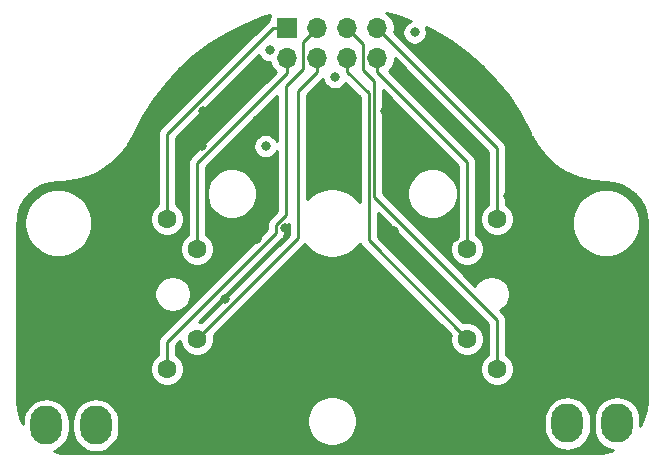
<source format=gbr>
%TF.GenerationSoftware,KiCad,Pcbnew,(5.1.12-1-10_14)*%
%TF.CreationDate,2021-11-28T15:33:12+11:00*%
%TF.ProjectId,dual_needle_gauge,6475616c-5f6e-4656-9564-6c655f676175,rev?*%
%TF.SameCoordinates,Original*%
%TF.FileFunction,Copper,L4,Bot*%
%TF.FilePolarity,Positive*%
%FSLAX46Y46*%
G04 Gerber Fmt 4.6, Leading zero omitted, Abs format (unit mm)*
G04 Created by KiCad (PCBNEW (5.1.12-1-10_14)) date 2021-11-28 15:33:12*
%MOMM*%
%LPD*%
G01*
G04 APERTURE LIST*
%TA.AperFunction,ComponentPad*%
%ADD10C,1.600000*%
%TD*%
%TA.AperFunction,ComponentPad*%
%ADD11O,2.700000X3.300000*%
%TD*%
%TA.AperFunction,ComponentPad*%
%ADD12O,1.700000X1.700000*%
%TD*%
%TA.AperFunction,ComponentPad*%
%ADD13R,1.700000X1.700000*%
%TD*%
%TA.AperFunction,ViaPad*%
%ADD14C,0.800000*%
%TD*%
%TA.AperFunction,Conductor*%
%ADD15C,0.250000*%
%TD*%
%TA.AperFunction,Conductor*%
%ADD16C,0.254000*%
%TD*%
%TA.AperFunction,Conductor*%
%ADD17C,0.100000*%
%TD*%
G04 APERTURE END LIST*
D10*
%TO.P,M1,8*%
%TO.N,/COIL8*%
X193630576Y-128559417D03*
%TO.P,M1,7*%
%TO.N,/COIL7*%
X193630576Y-120939417D03*
%TO.P,M1,6*%
%TO.N,/COIL6*%
X170770576Y-128559417D03*
%TO.P,M1,5*%
%TO.N,/COIL5*%
X170770576Y-120939417D03*
%TO.P,M1,4*%
%TO.N,/COIL4*%
X196170576Y-131099417D03*
%TO.P,M1,3*%
%TO.N,/COIL3*%
X196170576Y-118399417D03*
%TO.P,M1,2*%
%TO.N,/COIL2*%
X168230576Y-131099417D03*
%TO.P,M1,1*%
%TO.N,/COIL1*%
X168222000Y-118393000D03*
%TD*%
D11*
%TO.P,J3,4*%
%TO.N,/DOUT*%
X202122000Y-135710000D03*
%TO.P,J3,3*%
%TO.N,/LEDGND*%
X206322000Y-135710000D03*
%TO.P,J3,2*%
%TO.N,/LED+5V*%
X202122000Y-130210000D03*
%TO.P,J3,1*%
%TA.AperFunction,ComponentPad*%
G36*
G01*
X207672000Y-128810001D02*
X207672000Y-131609999D01*
G75*
G02*
X207421999Y-131860000I-250001J0D01*
G01*
X205222001Y-131860000D01*
G75*
G02*
X204972000Y-131609999I0J250001D01*
G01*
X204972000Y-128810001D01*
G75*
G02*
X205222001Y-128560000I250001J0D01*
G01*
X207421999Y-128560000D01*
G75*
G02*
X207672000Y-128810001I0J-250001D01*
G01*
G37*
%TD.AperFunction*%
%TD*%
%TO.P,J1,4*%
%TO.N,/DIN*%
X157989000Y-135863000D03*
%TO.P,J1,3*%
%TO.N,/LEDGND*%
X162189000Y-135863000D03*
%TO.P,J1,2*%
%TO.N,/LED+5V*%
X157989000Y-130363000D03*
%TO.P,J1,1*%
%TA.AperFunction,ComponentPad*%
G36*
G01*
X163539000Y-128963001D02*
X163539000Y-131762999D01*
G75*
G02*
X163288999Y-132013000I-250001J0D01*
G01*
X161089001Y-132013000D01*
G75*
G02*
X160839000Y-131762999I0J250001D01*
G01*
X160839000Y-128963001D01*
G75*
G02*
X161089001Y-128713000I250001J0D01*
G01*
X163288999Y-128713000D01*
G75*
G02*
X163539000Y-128963001I0J-250001D01*
G01*
G37*
%TD.AperFunction*%
%TD*%
D12*
%TO.P,J2,8*%
%TO.N,/COIL7*%
X186002000Y-104773000D03*
%TO.P,J2,7*%
%TO.N,/COIL3*%
X186002000Y-102233000D03*
%TO.P,J2,6*%
%TO.N,/COIL8*%
X183462000Y-104773000D03*
%TO.P,J2,5*%
%TO.N,/COIL4*%
X183462000Y-102233000D03*
%TO.P,J2,4*%
%TO.N,/COIL6*%
X180922000Y-104773000D03*
%TO.P,J2,3*%
%TO.N,/COIL2*%
X180922000Y-102233000D03*
%TO.P,J2,2*%
%TO.N,/COIL5*%
X178382000Y-104773000D03*
D13*
%TO.P,J2,1*%
%TO.N,/COIL1*%
X178382000Y-102233000D03*
%TD*%
D14*
%TO.N,/LED+5V*%
X183464500Y-115398900D03*
X178173600Y-119173900D03*
X175811900Y-120099700D03*
X174479400Y-106750800D03*
X173088400Y-125141900D03*
X189182000Y-134353100D03*
X183239400Y-109195500D03*
X179755200Y-133598200D03*
X199191900Y-121272300D03*
X197073800Y-116479600D03*
X187419300Y-119418700D03*
X175384500Y-134170600D03*
X171225800Y-109265400D03*
X188690300Y-106874000D03*
X180905000Y-109195500D03*
X177319400Y-109195500D03*
X171216700Y-112197000D03*
X175871500Y-110045100D03*
X186649200Y-109233300D03*
X197004500Y-110433000D03*
X188390100Y-113644100D03*
X171908800Y-118294100D03*
X164574500Y-117330600D03*
X192635600Y-119896200D03*
X193448600Y-126799000D03*
X187607000Y-126418900D03*
X175211000Y-127661400D03*
X179656000Y-127661400D03*
X184101000Y-127661400D03*
X168934165Y-121858000D03*
X176346260Y-116206257D03*
X192344100Y-110332800D03*
%TO.N,/LEDGND*%
X176939341Y-104113176D03*
X182439341Y-106363176D03*
X176563082Y-112236917D03*
X189189341Y-102613176D03*
%TD*%
D15*
%TO.N,/COIL4*%
X196170600Y-126964500D02*
X196170600Y-131099400D01*
X185732200Y-116526100D02*
X196170600Y-126964500D01*
X184826999Y-103597999D02*
X184826999Y-105817998D01*
X185732200Y-106723200D02*
X185732200Y-116526100D01*
X184826999Y-105817998D02*
X185732200Y-106723200D01*
X183462000Y-102233000D02*
X184826999Y-103597999D01*
X196170576Y-131099417D02*
X196170576Y-127594411D01*
%TO.N,/COIL3*%
X196170576Y-112401576D02*
X196170576Y-118399417D01*
X186002000Y-102233000D02*
X196170576Y-112401576D01*
%TO.N,/COIL2*%
X168230600Y-128775900D02*
X168230600Y-131099400D01*
X177448300Y-119558200D02*
X168230600Y-128775900D01*
X177448300Y-118873500D02*
X177448300Y-119558200D01*
X179746999Y-103408001D02*
X179746999Y-105682602D01*
X178262000Y-118059800D02*
X177448300Y-118873500D01*
X178262000Y-107167600D02*
X178262000Y-118059800D01*
X179746999Y-105682602D02*
X178262000Y-107167600D01*
X180922000Y-102233000D02*
X179746999Y-103408001D01*
%TO.N,/COIL1*%
X178382000Y-102233000D02*
X177206700Y-102233000D01*
X177206700Y-102233000D02*
X168222000Y-111217700D01*
X168222000Y-111217700D02*
X168222000Y-118393000D01*
%TO.N,/COIL5*%
X170770600Y-120939400D02*
X170770600Y-113668900D01*
X170770600Y-113668900D02*
X178382000Y-106057500D01*
X178382000Y-106057500D02*
X178382000Y-105948300D01*
X178382000Y-104773000D02*
X178382000Y-105948300D01*
%TO.N,/COIL6*%
X180922000Y-104773000D02*
X180922000Y-105948300D01*
X180922000Y-105948300D02*
X179298800Y-107571500D01*
X179298800Y-107571500D02*
X179298800Y-120031200D01*
X179298800Y-120031200D02*
X170770600Y-128559400D01*
%TO.N,/COIL7*%
X186002000Y-104773000D02*
X186002000Y-105948300D01*
X186002000Y-105948300D02*
X193630600Y-113576900D01*
X193630600Y-113576900D02*
X193630600Y-120939400D01*
%TO.N,/COIL8*%
X193630600Y-128559400D02*
X185281800Y-120210600D01*
X185281800Y-120210600D02*
X185281800Y-107768100D01*
X185281800Y-107768100D02*
X183462000Y-105948300D01*
X183462000Y-104773000D02*
X183462000Y-105948300D01*
%TD*%
D16*
%TO.N,/LED+5V*%
X187736703Y-101209735D02*
X188869496Y-101625384D01*
X188699085Y-101695971D01*
X188529567Y-101809239D01*
X188385404Y-101953402D01*
X188272136Y-102122920D01*
X188194115Y-102311278D01*
X188154341Y-102511237D01*
X188154341Y-102715115D01*
X188194115Y-102915074D01*
X188272136Y-103103432D01*
X188385404Y-103272950D01*
X188529567Y-103417113D01*
X188699085Y-103530381D01*
X188887443Y-103608402D01*
X189087402Y-103648176D01*
X189291280Y-103648176D01*
X189491239Y-103608402D01*
X189679597Y-103530381D01*
X189849115Y-103417113D01*
X189993278Y-103272950D01*
X190106546Y-103103432D01*
X190184567Y-102915074D01*
X190224341Y-102715115D01*
X190224341Y-102511237D01*
X190184567Y-102311278D01*
X190128298Y-102175435D01*
X190810727Y-102498736D01*
X192247539Y-103346749D01*
X193601574Y-104321490D01*
X194861686Y-105414932D01*
X196017514Y-106618085D01*
X197059543Y-107921046D01*
X197979190Y-109313083D01*
X198774231Y-110792682D01*
X198947451Y-111164047D01*
X198949719Y-111168385D01*
X198950683Y-111170874D01*
X199075461Y-111430583D01*
X199092246Y-111459466D01*
X199107390Y-111489237D01*
X199627460Y-112339179D01*
X199672730Y-112401575D01*
X199688279Y-112423006D01*
X200334906Y-113181127D01*
X200398319Y-113244624D01*
X200408089Y-113254407D01*
X201165351Y-113902040D01*
X201249098Y-113962971D01*
X202098348Y-114484167D01*
X202127643Y-114499118D01*
X202190596Y-114531247D01*
X203110925Y-114913175D01*
X203158218Y-114928576D01*
X203209400Y-114945244D01*
X204178144Y-115178499D01*
X204275842Y-115194039D01*
X204280425Y-115194768D01*
X205267518Y-115273113D01*
X205293517Y-115275674D01*
X205337040Y-115275675D01*
X206042234Y-115344820D01*
X206689498Y-115540240D01*
X207286474Y-115857658D01*
X207810429Y-116284985D01*
X208241404Y-116805944D01*
X208562981Y-117400688D01*
X208762916Y-118046574D01*
X208836840Y-118749907D01*
X208836841Y-133800428D01*
X208764403Y-134612080D01*
X208557168Y-135369605D01*
X208307000Y-135894092D01*
X208307000Y-135312491D01*
X208278278Y-135020873D01*
X208164774Y-134646698D01*
X207980453Y-134301857D01*
X207732398Y-133999602D01*
X207430143Y-133751547D01*
X207085302Y-133567226D01*
X206711128Y-133453722D01*
X206322000Y-133415396D01*
X205932873Y-133453722D01*
X205558699Y-133567226D01*
X205213858Y-133751547D01*
X204911603Y-133999602D01*
X204663547Y-134301857D01*
X204479226Y-134646698D01*
X204365722Y-135020872D01*
X204337000Y-135312490D01*
X204337000Y-136107509D01*
X204365722Y-136399127D01*
X204479226Y-136773301D01*
X204663547Y-137118143D01*
X204911602Y-137420398D01*
X205213857Y-137668453D01*
X205558698Y-137852774D01*
X205932872Y-137966278D01*
X205938833Y-137966865D01*
X205825803Y-138016482D01*
X205057072Y-138201037D01*
X204392632Y-138249831D01*
X159996234Y-138249831D01*
X159184593Y-138177394D01*
X158659811Y-138033830D01*
X158752301Y-138005774D01*
X159097143Y-137821453D01*
X159399398Y-137573398D01*
X159647453Y-137271143D01*
X159831774Y-136926302D01*
X159945278Y-136552128D01*
X159974000Y-136260510D01*
X159974000Y-135465491D01*
X159974000Y-135465490D01*
X160204000Y-135465490D01*
X160204000Y-136260509D01*
X160232722Y-136552127D01*
X160346226Y-136926301D01*
X160530547Y-137271143D01*
X160778602Y-137573398D01*
X161080857Y-137821453D01*
X161425698Y-138005774D01*
X161799872Y-138119278D01*
X162189000Y-138157604D01*
X162578127Y-138119278D01*
X162952301Y-138005774D01*
X163297143Y-137821453D01*
X163599398Y-137573398D01*
X163847453Y-137271143D01*
X164031774Y-136926302D01*
X164145278Y-136552128D01*
X164174000Y-136260510D01*
X164174000Y-135465491D01*
X164156984Y-135292721D01*
X180057000Y-135292721D01*
X180057000Y-135713279D01*
X180139047Y-136125756D01*
X180299988Y-136514302D01*
X180533637Y-136863983D01*
X180831017Y-137161363D01*
X181180698Y-137395012D01*
X181569244Y-137555953D01*
X181981721Y-137638000D01*
X182402279Y-137638000D01*
X182814756Y-137555953D01*
X183203302Y-137395012D01*
X183552983Y-137161363D01*
X183850363Y-136863983D01*
X184084012Y-136514302D01*
X184244953Y-136125756D01*
X184327000Y-135713279D01*
X184327000Y-135312490D01*
X200137000Y-135312490D01*
X200137000Y-136107509D01*
X200165722Y-136399127D01*
X200279226Y-136773301D01*
X200463547Y-137118143D01*
X200711602Y-137420398D01*
X201013857Y-137668453D01*
X201358698Y-137852774D01*
X201732872Y-137966278D01*
X202122000Y-138004604D01*
X202511127Y-137966278D01*
X202885301Y-137852774D01*
X203230143Y-137668453D01*
X203532398Y-137420398D01*
X203780453Y-137118143D01*
X203964774Y-136773302D01*
X204078278Y-136399128D01*
X204107000Y-136107510D01*
X204107000Y-135312491D01*
X204078278Y-135020873D01*
X203964774Y-134646698D01*
X203780453Y-134301857D01*
X203532398Y-133999602D01*
X203230143Y-133751547D01*
X202885302Y-133567226D01*
X202511128Y-133453722D01*
X202122000Y-133415396D01*
X201732873Y-133453722D01*
X201358699Y-133567226D01*
X201013858Y-133751547D01*
X200711603Y-133999602D01*
X200463547Y-134301857D01*
X200279226Y-134646698D01*
X200165722Y-135020872D01*
X200137000Y-135312490D01*
X184327000Y-135312490D01*
X184327000Y-135292721D01*
X184244953Y-134880244D01*
X184084012Y-134491698D01*
X183850363Y-134142017D01*
X183552983Y-133844637D01*
X183203302Y-133610988D01*
X182814756Y-133450047D01*
X182402279Y-133368000D01*
X181981721Y-133368000D01*
X181569244Y-133450047D01*
X181180698Y-133610988D01*
X180831017Y-133844637D01*
X180533637Y-134142017D01*
X180299988Y-134491698D01*
X180139047Y-134880244D01*
X180057000Y-135292721D01*
X164156984Y-135292721D01*
X164145278Y-135173873D01*
X164031774Y-134799698D01*
X163847453Y-134454857D01*
X163599398Y-134152602D01*
X163297143Y-133904547D01*
X162952302Y-133720226D01*
X162578128Y-133606722D01*
X162189000Y-133568396D01*
X161799873Y-133606722D01*
X161425699Y-133720226D01*
X161080858Y-133904547D01*
X160778603Y-134152602D01*
X160530547Y-134454857D01*
X160346226Y-134799698D01*
X160232722Y-135173872D01*
X160204000Y-135465490D01*
X159974000Y-135465490D01*
X159945278Y-135173873D01*
X159831774Y-134799698D01*
X159647453Y-134454857D01*
X159399398Y-134152602D01*
X159097143Y-133904547D01*
X158752302Y-133720226D01*
X158378128Y-133606722D01*
X157989000Y-133568396D01*
X157599873Y-133606722D01*
X157225699Y-133720226D01*
X156880858Y-133904547D01*
X156578603Y-134152602D01*
X156330547Y-134454857D01*
X156146226Y-134799698D01*
X156032722Y-135173872D01*
X156004000Y-135465490D01*
X156004000Y-135748645D01*
X155780191Y-135238794D01*
X155595636Y-134470063D01*
X155546842Y-133805623D01*
X155546842Y-124601816D01*
X167157000Y-124601816D01*
X167157000Y-124904184D01*
X167215989Y-125200743D01*
X167331701Y-125480095D01*
X167499688Y-125731505D01*
X167713495Y-125945312D01*
X167964905Y-126113299D01*
X168244257Y-126229011D01*
X168540816Y-126288000D01*
X168843184Y-126288000D01*
X169139743Y-126229011D01*
X169419095Y-126113299D01*
X169670505Y-125945312D01*
X169884312Y-125731505D01*
X170052299Y-125480095D01*
X170168011Y-125200743D01*
X170227000Y-124904184D01*
X170227000Y-124601816D01*
X170168011Y-124305257D01*
X170052299Y-124025905D01*
X169884312Y-123774495D01*
X169670505Y-123560688D01*
X169419095Y-123392701D01*
X169139743Y-123276989D01*
X168843184Y-123218000D01*
X168540816Y-123218000D01*
X168244257Y-123276989D01*
X167964905Y-123392701D01*
X167713495Y-123560688D01*
X167499688Y-123774495D01*
X167331701Y-124025905D01*
X167215989Y-124305257D01*
X167157000Y-124601816D01*
X155546842Y-124601816D01*
X155546842Y-118775445D01*
X155577884Y-118458852D01*
X156129000Y-118458852D01*
X156129000Y-119027148D01*
X156239869Y-119584523D01*
X156457346Y-120109560D01*
X156773074Y-120582080D01*
X157174920Y-120983926D01*
X157647440Y-121299654D01*
X158172477Y-121517131D01*
X158729852Y-121628000D01*
X159298148Y-121628000D01*
X159855523Y-121517131D01*
X160380560Y-121299654D01*
X160853080Y-120983926D01*
X161254926Y-120582080D01*
X161570654Y-120109560D01*
X161788131Y-119584523D01*
X161899000Y-119027148D01*
X161899000Y-118458852D01*
X161788131Y-117901477D01*
X161570654Y-117376440D01*
X161254926Y-116903920D01*
X160853080Y-116502074D01*
X160380560Y-116186346D01*
X159855523Y-115968869D01*
X159298148Y-115858000D01*
X158729852Y-115858000D01*
X158172477Y-115968869D01*
X157647440Y-116186346D01*
X157174920Y-116502074D01*
X156773074Y-116903920D01*
X156457346Y-117376440D01*
X156239869Y-117901477D01*
X156129000Y-118458852D01*
X155577884Y-118458852D01*
X155615984Y-118070283D01*
X155811403Y-117423021D01*
X156128824Y-116826040D01*
X156556151Y-116302087D01*
X157077108Y-115871112D01*
X157671854Y-115549535D01*
X158317739Y-115349600D01*
X159021063Y-115275677D01*
X159085937Y-115275677D01*
X159093403Y-115274942D01*
X159356547Y-115268970D01*
X159389780Y-115265594D01*
X159423150Y-115264079D01*
X160411940Y-115140919D01*
X160513391Y-115120094D01*
X161470740Y-114843769D01*
X161507178Y-114830073D01*
X161567683Y-114807331D01*
X162470020Y-114384646D01*
X162560071Y-114333490D01*
X163385176Y-113774852D01*
X163466115Y-113710239D01*
X164193671Y-113029404D01*
X164263506Y-112952925D01*
X164263507Y-112952923D01*
X164875598Y-112166659D01*
X164913400Y-112109329D01*
X164932610Y-112080196D01*
X165414167Y-111207856D01*
X165415557Y-111204791D01*
X165424691Y-111188003D01*
X166194391Y-109674071D01*
X167082184Y-108261510D01*
X168094353Y-106935217D01*
X169222554Y-105706127D01*
X170457511Y-104584343D01*
X171789064Y-103579098D01*
X173206239Y-102698676D01*
X174697365Y-101950323D01*
X176250184Y-101340195D01*
X176942767Y-101138316D01*
X176942498Y-101138820D01*
X176906188Y-101258518D01*
X176893928Y-101383000D01*
X176893928Y-101538425D01*
X176782424Y-101598026D01*
X176666699Y-101692999D01*
X176642901Y-101721997D01*
X167711003Y-110653896D01*
X167681999Y-110677699D01*
X167650191Y-110716458D01*
X167587026Y-110793424D01*
X167525269Y-110908962D01*
X167516454Y-110925454D01*
X167472997Y-111068715D01*
X167462000Y-111180368D01*
X167462000Y-111180378D01*
X167458324Y-111217700D01*
X167462000Y-111255023D01*
X167462001Y-117174956D01*
X167307241Y-117278363D01*
X167107363Y-117478241D01*
X166950320Y-117713273D01*
X166842147Y-117974426D01*
X166787000Y-118251665D01*
X166787000Y-118534335D01*
X166842147Y-118811574D01*
X166950320Y-119072727D01*
X167107363Y-119307759D01*
X167307241Y-119507637D01*
X167542273Y-119664680D01*
X167803426Y-119772853D01*
X168080665Y-119828000D01*
X168363335Y-119828000D01*
X168640574Y-119772853D01*
X168901727Y-119664680D01*
X169136759Y-119507637D01*
X169336637Y-119307759D01*
X169493680Y-119072727D01*
X169601853Y-118811574D01*
X169657000Y-118534335D01*
X169657000Y-118251665D01*
X169601853Y-117974426D01*
X169493680Y-117713273D01*
X169336637Y-117478241D01*
X169136759Y-117278363D01*
X168982000Y-117174957D01*
X168982000Y-111532501D01*
X175989605Y-104524897D01*
X176022136Y-104603432D01*
X176135404Y-104772950D01*
X176279567Y-104917113D01*
X176449085Y-105030381D01*
X176637443Y-105108402D01*
X176837402Y-105148176D01*
X176942535Y-105148176D01*
X176954068Y-105206158D01*
X177066010Y-105476411D01*
X177228525Y-105719632D01*
X177435368Y-105926475D01*
X177437079Y-105927619D01*
X170259598Y-113105101D01*
X170230600Y-113128899D01*
X170206802Y-113157897D01*
X170206801Y-113157898D01*
X170135626Y-113244624D01*
X170065054Y-113376654D01*
X170049505Y-113427914D01*
X170021598Y-113519914D01*
X170018170Y-113554716D01*
X170006924Y-113668900D01*
X170010601Y-113706232D01*
X170010600Y-119721357D01*
X169855817Y-119824780D01*
X169655939Y-120024658D01*
X169498896Y-120259690D01*
X169390723Y-120520843D01*
X169335576Y-120798082D01*
X169335576Y-121080752D01*
X169390723Y-121357991D01*
X169498896Y-121619144D01*
X169655939Y-121854176D01*
X169855817Y-122054054D01*
X170090849Y-122211097D01*
X170352002Y-122319270D01*
X170629241Y-122374417D01*
X170911911Y-122374417D01*
X171189150Y-122319270D01*
X171450303Y-122211097D01*
X171685335Y-122054054D01*
X171885213Y-121854176D01*
X172042256Y-121619144D01*
X172150429Y-121357991D01*
X172205576Y-121080752D01*
X172205576Y-120798082D01*
X172150429Y-120520843D01*
X172042256Y-120259690D01*
X171885213Y-120024658D01*
X171685335Y-119824780D01*
X171530600Y-119721390D01*
X171530600Y-116052721D01*
X171567000Y-116052721D01*
X171567000Y-116473279D01*
X171649047Y-116885756D01*
X171809988Y-117274302D01*
X172043637Y-117623983D01*
X172341017Y-117921363D01*
X172690698Y-118155012D01*
X173079244Y-118315953D01*
X173491721Y-118398000D01*
X173912279Y-118398000D01*
X174324756Y-118315953D01*
X174713302Y-118155012D01*
X175062983Y-117921363D01*
X175360363Y-117623983D01*
X175594012Y-117274302D01*
X175754953Y-116885756D01*
X175837000Y-116473279D01*
X175837000Y-116052721D01*
X175754953Y-115640244D01*
X175594012Y-115251698D01*
X175360363Y-114902017D01*
X175062983Y-114604637D01*
X174713302Y-114370988D01*
X174324756Y-114210047D01*
X173912279Y-114128000D01*
X173491721Y-114128000D01*
X173079244Y-114210047D01*
X172690698Y-114370988D01*
X172341017Y-114604637D01*
X172043637Y-114902017D01*
X171809988Y-115251698D01*
X171649047Y-115640244D01*
X171567000Y-116052721D01*
X171530600Y-116052721D01*
X171530600Y-113983701D01*
X177502000Y-108012302D01*
X177502000Y-111799081D01*
X177480287Y-111746661D01*
X177367019Y-111577143D01*
X177222856Y-111432980D01*
X177053338Y-111319712D01*
X176864980Y-111241691D01*
X176665021Y-111201917D01*
X176461143Y-111201917D01*
X176261184Y-111241691D01*
X176072826Y-111319712D01*
X175903308Y-111432980D01*
X175759145Y-111577143D01*
X175645877Y-111746661D01*
X175567856Y-111935019D01*
X175528082Y-112134978D01*
X175528082Y-112338856D01*
X175567856Y-112538815D01*
X175645877Y-112727173D01*
X175759145Y-112896691D01*
X175903308Y-113040854D01*
X176072826Y-113154122D01*
X176261184Y-113232143D01*
X176461143Y-113271917D01*
X176665021Y-113271917D01*
X176864980Y-113232143D01*
X177053338Y-113154122D01*
X177222856Y-113040854D01*
X177367019Y-112896691D01*
X177480287Y-112727173D01*
X177502001Y-112674752D01*
X177502001Y-117744997D01*
X176937302Y-118309697D01*
X176908299Y-118333499D01*
X176855365Y-118398000D01*
X176813326Y-118449224D01*
X176767833Y-118534335D01*
X176742754Y-118581254D01*
X176699297Y-118724515D01*
X176688300Y-118836168D01*
X176688300Y-118836178D01*
X176684624Y-118873500D01*
X176688300Y-118910822D01*
X176688300Y-119243398D01*
X167719603Y-128212096D01*
X167690599Y-128235899D01*
X167635471Y-128303074D01*
X167595626Y-128351624D01*
X167560103Y-128418082D01*
X167525054Y-128483654D01*
X167481597Y-128626915D01*
X167470600Y-128738568D01*
X167470600Y-128738578D01*
X167466924Y-128775900D01*
X167470600Y-128813223D01*
X167470600Y-129881357D01*
X167315817Y-129984780D01*
X167115939Y-130184658D01*
X166958896Y-130419690D01*
X166850723Y-130680843D01*
X166795576Y-130958082D01*
X166795576Y-131240752D01*
X166850723Y-131517991D01*
X166958896Y-131779144D01*
X167115939Y-132014176D01*
X167315817Y-132214054D01*
X167550849Y-132371097D01*
X167812002Y-132479270D01*
X168089241Y-132534417D01*
X168371911Y-132534417D01*
X168649150Y-132479270D01*
X168910303Y-132371097D01*
X169145335Y-132214054D01*
X169345213Y-132014176D01*
X169502256Y-131779144D01*
X169610429Y-131517991D01*
X169665576Y-131240752D01*
X169665576Y-130958082D01*
X169610429Y-130680843D01*
X169502256Y-130419690D01*
X169345213Y-130184658D01*
X169145335Y-129984780D01*
X168990600Y-129881390D01*
X168990600Y-129090701D01*
X169343038Y-128738263D01*
X169390723Y-128977991D01*
X169498896Y-129239144D01*
X169655939Y-129474176D01*
X169855817Y-129674054D01*
X170090849Y-129831097D01*
X170352002Y-129939270D01*
X170629241Y-129994417D01*
X170911911Y-129994417D01*
X171189150Y-129939270D01*
X171450303Y-129831097D01*
X171685335Y-129674054D01*
X171885213Y-129474176D01*
X172042256Y-129239144D01*
X172150429Y-128977991D01*
X172205576Y-128700752D01*
X172205576Y-128418082D01*
X172169265Y-128235536D01*
X179809803Y-120594999D01*
X179838801Y-120571201D01*
X179859851Y-120545552D01*
X179912237Y-120623953D01*
X180321047Y-121032763D01*
X180801756Y-121353963D01*
X181335892Y-121575209D01*
X181902928Y-121688000D01*
X182481072Y-121688000D01*
X183048108Y-121575209D01*
X183582244Y-121353963D01*
X184062953Y-121032763D01*
X184471763Y-120623953D01*
X184568895Y-120478585D01*
X184576254Y-120502846D01*
X184646826Y-120634876D01*
X184672512Y-120666174D01*
X184741799Y-120750601D01*
X184770803Y-120774404D01*
X192231895Y-128235497D01*
X192195576Y-128418082D01*
X192195576Y-128700752D01*
X192250723Y-128977991D01*
X192358896Y-129239144D01*
X192515939Y-129474176D01*
X192715817Y-129674054D01*
X192950849Y-129831097D01*
X193212002Y-129939270D01*
X193489241Y-129994417D01*
X193771911Y-129994417D01*
X194049150Y-129939270D01*
X194310303Y-129831097D01*
X194545335Y-129674054D01*
X194745213Y-129474176D01*
X194902256Y-129239144D01*
X195010429Y-128977991D01*
X195065576Y-128700752D01*
X195065576Y-128418082D01*
X195010429Y-128140843D01*
X194902256Y-127879690D01*
X194745213Y-127644658D01*
X194545335Y-127444780D01*
X194310303Y-127287737D01*
X194049150Y-127179564D01*
X193771911Y-127124417D01*
X193489241Y-127124417D01*
X193306724Y-127160722D01*
X186041800Y-119895799D01*
X186041800Y-117910501D01*
X195410600Y-127279302D01*
X195410600Y-127556843D01*
X195410577Y-127557078D01*
X195410576Y-129881373D01*
X195255817Y-129984780D01*
X195055939Y-130184658D01*
X194898896Y-130419690D01*
X194790723Y-130680843D01*
X194735576Y-130958082D01*
X194735576Y-131240752D01*
X194790723Y-131517991D01*
X194898896Y-131779144D01*
X195055939Y-132014176D01*
X195255817Y-132214054D01*
X195490849Y-132371097D01*
X195752002Y-132479270D01*
X196029241Y-132534417D01*
X196311911Y-132534417D01*
X196589150Y-132479270D01*
X196850303Y-132371097D01*
X197085335Y-132214054D01*
X197285213Y-132014176D01*
X197442256Y-131779144D01*
X197550429Y-131517991D01*
X197605576Y-131240752D01*
X197605576Y-130958082D01*
X197550429Y-130680843D01*
X197442256Y-130419690D01*
X197285213Y-130184658D01*
X197085335Y-129984780D01*
X196930600Y-129881390D01*
X196930600Y-127001823D01*
X196934276Y-126964500D01*
X196930600Y-126927177D01*
X196930600Y-126927167D01*
X196919603Y-126815514D01*
X196876146Y-126672253D01*
X196805574Y-126540224D01*
X196710601Y-126424499D01*
X196681604Y-126400702D01*
X196401492Y-126120590D01*
X196419095Y-126113299D01*
X196670505Y-125945312D01*
X196884312Y-125731505D01*
X197052299Y-125480095D01*
X197168011Y-125200743D01*
X197227000Y-124904184D01*
X197227000Y-124601816D01*
X197168011Y-124305257D01*
X197052299Y-124025905D01*
X196884312Y-123774495D01*
X196670505Y-123560688D01*
X196419095Y-123392701D01*
X196139743Y-123276989D01*
X195843184Y-123218000D01*
X195540816Y-123218000D01*
X195244257Y-123276989D01*
X194964905Y-123392701D01*
X194713495Y-123560688D01*
X194499688Y-123774495D01*
X194331701Y-124025905D01*
X194324410Y-124043508D01*
X186492200Y-116211299D01*
X186492200Y-116052721D01*
X188547000Y-116052721D01*
X188547000Y-116473279D01*
X188629047Y-116885756D01*
X188789988Y-117274302D01*
X189023637Y-117623983D01*
X189321017Y-117921363D01*
X189670698Y-118155012D01*
X190059244Y-118315953D01*
X190471721Y-118398000D01*
X190892279Y-118398000D01*
X191304756Y-118315953D01*
X191693302Y-118155012D01*
X192042983Y-117921363D01*
X192340363Y-117623983D01*
X192574012Y-117274302D01*
X192734953Y-116885756D01*
X192817000Y-116473279D01*
X192817000Y-116052721D01*
X192734953Y-115640244D01*
X192574012Y-115251698D01*
X192340363Y-114902017D01*
X192042983Y-114604637D01*
X191693302Y-114370988D01*
X191304756Y-114210047D01*
X190892279Y-114128000D01*
X190471721Y-114128000D01*
X190059244Y-114210047D01*
X189670698Y-114370988D01*
X189321017Y-114604637D01*
X189023637Y-114902017D01*
X188789988Y-115251698D01*
X188629047Y-115640244D01*
X188547000Y-116052721D01*
X186492200Y-116052721D01*
X186492200Y-107513301D01*
X192870600Y-113891702D01*
X192870601Y-119721357D01*
X192715817Y-119824780D01*
X192515939Y-120024658D01*
X192358896Y-120259690D01*
X192250723Y-120520843D01*
X192195576Y-120798082D01*
X192195576Y-121080752D01*
X192250723Y-121357991D01*
X192358896Y-121619144D01*
X192515939Y-121854176D01*
X192715817Y-122054054D01*
X192950849Y-122211097D01*
X193212002Y-122319270D01*
X193489241Y-122374417D01*
X193771911Y-122374417D01*
X194049150Y-122319270D01*
X194310303Y-122211097D01*
X194545335Y-122054054D01*
X194745213Y-121854176D01*
X194902256Y-121619144D01*
X195010429Y-121357991D01*
X195065576Y-121080752D01*
X195065576Y-120798082D01*
X195010429Y-120520843D01*
X194902256Y-120259690D01*
X194745213Y-120024658D01*
X194545335Y-119824780D01*
X194390600Y-119721390D01*
X194390600Y-113614233D01*
X194394277Y-113576900D01*
X194379603Y-113427914D01*
X194336146Y-113284653D01*
X194265574Y-113152624D01*
X194220170Y-113097299D01*
X194170601Y-113036899D01*
X194141604Y-113013102D01*
X187001804Y-105873303D01*
X187155475Y-105719632D01*
X187317990Y-105476411D01*
X187429932Y-105206158D01*
X187487000Y-104919260D01*
X187487000Y-104792801D01*
X195410576Y-112716378D01*
X195410577Y-117181373D01*
X195255817Y-117284780D01*
X195055939Y-117484658D01*
X194898896Y-117719690D01*
X194790723Y-117980843D01*
X194735576Y-118258082D01*
X194735576Y-118540752D01*
X194790723Y-118817991D01*
X194898896Y-119079144D01*
X195055939Y-119314176D01*
X195255817Y-119514054D01*
X195490849Y-119671097D01*
X195752002Y-119779270D01*
X196029241Y-119834417D01*
X196311911Y-119834417D01*
X196589150Y-119779270D01*
X196850303Y-119671097D01*
X197085335Y-119514054D01*
X197285213Y-119314176D01*
X197442256Y-119079144D01*
X197550429Y-118817991D01*
X197605576Y-118540752D01*
X197605576Y-118458852D01*
X202484000Y-118458852D01*
X202484000Y-119027148D01*
X202594869Y-119584523D01*
X202812346Y-120109560D01*
X203128074Y-120582080D01*
X203529920Y-120983926D01*
X204002440Y-121299654D01*
X204527477Y-121517131D01*
X205084852Y-121628000D01*
X205653148Y-121628000D01*
X206210523Y-121517131D01*
X206735560Y-121299654D01*
X207208080Y-120983926D01*
X207609926Y-120582080D01*
X207925654Y-120109560D01*
X208143131Y-119584523D01*
X208254000Y-119027148D01*
X208254000Y-118458852D01*
X208143131Y-117901477D01*
X207925654Y-117376440D01*
X207609926Y-116903920D01*
X207208080Y-116502074D01*
X206735560Y-116186346D01*
X206210523Y-115968869D01*
X205653148Y-115858000D01*
X205084852Y-115858000D01*
X204527477Y-115968869D01*
X204002440Y-116186346D01*
X203529920Y-116502074D01*
X203128074Y-116903920D01*
X202812346Y-117376440D01*
X202594869Y-117901477D01*
X202484000Y-118458852D01*
X197605576Y-118458852D01*
X197605576Y-118258082D01*
X197550429Y-117980843D01*
X197442256Y-117719690D01*
X197285213Y-117484658D01*
X197085335Y-117284780D01*
X196930576Y-117181374D01*
X196930576Y-112438898D01*
X196934252Y-112401575D01*
X196930576Y-112364252D01*
X196930576Y-112364243D01*
X196919579Y-112252590D01*
X196876122Y-112109329D01*
X196868369Y-112094825D01*
X196805550Y-111977299D01*
X196734375Y-111890573D01*
X196710577Y-111861575D01*
X196681580Y-111837778D01*
X187443209Y-102599408D01*
X187487000Y-102379260D01*
X187487000Y-102086740D01*
X187429932Y-101799842D01*
X187317990Y-101529589D01*
X187155475Y-101286368D01*
X186948632Y-101079525D01*
X186748706Y-100945939D01*
X187736703Y-101209735D01*
%TA.AperFunction,Conductor*%
D17*
G36*
X187736703Y-101209735D02*
G01*
X188869496Y-101625384D01*
X188699085Y-101695971D01*
X188529567Y-101809239D01*
X188385404Y-101953402D01*
X188272136Y-102122920D01*
X188194115Y-102311278D01*
X188154341Y-102511237D01*
X188154341Y-102715115D01*
X188194115Y-102915074D01*
X188272136Y-103103432D01*
X188385404Y-103272950D01*
X188529567Y-103417113D01*
X188699085Y-103530381D01*
X188887443Y-103608402D01*
X189087402Y-103648176D01*
X189291280Y-103648176D01*
X189491239Y-103608402D01*
X189679597Y-103530381D01*
X189849115Y-103417113D01*
X189993278Y-103272950D01*
X190106546Y-103103432D01*
X190184567Y-102915074D01*
X190224341Y-102715115D01*
X190224341Y-102511237D01*
X190184567Y-102311278D01*
X190128298Y-102175435D01*
X190810727Y-102498736D01*
X192247539Y-103346749D01*
X193601574Y-104321490D01*
X194861686Y-105414932D01*
X196017514Y-106618085D01*
X197059543Y-107921046D01*
X197979190Y-109313083D01*
X198774231Y-110792682D01*
X198947451Y-111164047D01*
X198949719Y-111168385D01*
X198950683Y-111170874D01*
X199075461Y-111430583D01*
X199092246Y-111459466D01*
X199107390Y-111489237D01*
X199627460Y-112339179D01*
X199672730Y-112401575D01*
X199688279Y-112423006D01*
X200334906Y-113181127D01*
X200398319Y-113244624D01*
X200408089Y-113254407D01*
X201165351Y-113902040D01*
X201249098Y-113962971D01*
X202098348Y-114484167D01*
X202127643Y-114499118D01*
X202190596Y-114531247D01*
X203110925Y-114913175D01*
X203158218Y-114928576D01*
X203209400Y-114945244D01*
X204178144Y-115178499D01*
X204275842Y-115194039D01*
X204280425Y-115194768D01*
X205267518Y-115273113D01*
X205293517Y-115275674D01*
X205337040Y-115275675D01*
X206042234Y-115344820D01*
X206689498Y-115540240D01*
X207286474Y-115857658D01*
X207810429Y-116284985D01*
X208241404Y-116805944D01*
X208562981Y-117400688D01*
X208762916Y-118046574D01*
X208836840Y-118749907D01*
X208836841Y-133800428D01*
X208764403Y-134612080D01*
X208557168Y-135369605D01*
X208307000Y-135894092D01*
X208307000Y-135312491D01*
X208278278Y-135020873D01*
X208164774Y-134646698D01*
X207980453Y-134301857D01*
X207732398Y-133999602D01*
X207430143Y-133751547D01*
X207085302Y-133567226D01*
X206711128Y-133453722D01*
X206322000Y-133415396D01*
X205932873Y-133453722D01*
X205558699Y-133567226D01*
X205213858Y-133751547D01*
X204911603Y-133999602D01*
X204663547Y-134301857D01*
X204479226Y-134646698D01*
X204365722Y-135020872D01*
X204337000Y-135312490D01*
X204337000Y-136107509D01*
X204365722Y-136399127D01*
X204479226Y-136773301D01*
X204663547Y-137118143D01*
X204911602Y-137420398D01*
X205213857Y-137668453D01*
X205558698Y-137852774D01*
X205932872Y-137966278D01*
X205938833Y-137966865D01*
X205825803Y-138016482D01*
X205057072Y-138201037D01*
X204392632Y-138249831D01*
X159996234Y-138249831D01*
X159184593Y-138177394D01*
X158659811Y-138033830D01*
X158752301Y-138005774D01*
X159097143Y-137821453D01*
X159399398Y-137573398D01*
X159647453Y-137271143D01*
X159831774Y-136926302D01*
X159945278Y-136552128D01*
X159974000Y-136260510D01*
X159974000Y-135465491D01*
X159974000Y-135465490D01*
X160204000Y-135465490D01*
X160204000Y-136260509D01*
X160232722Y-136552127D01*
X160346226Y-136926301D01*
X160530547Y-137271143D01*
X160778602Y-137573398D01*
X161080857Y-137821453D01*
X161425698Y-138005774D01*
X161799872Y-138119278D01*
X162189000Y-138157604D01*
X162578127Y-138119278D01*
X162952301Y-138005774D01*
X163297143Y-137821453D01*
X163599398Y-137573398D01*
X163847453Y-137271143D01*
X164031774Y-136926302D01*
X164145278Y-136552128D01*
X164174000Y-136260510D01*
X164174000Y-135465491D01*
X164156984Y-135292721D01*
X180057000Y-135292721D01*
X180057000Y-135713279D01*
X180139047Y-136125756D01*
X180299988Y-136514302D01*
X180533637Y-136863983D01*
X180831017Y-137161363D01*
X181180698Y-137395012D01*
X181569244Y-137555953D01*
X181981721Y-137638000D01*
X182402279Y-137638000D01*
X182814756Y-137555953D01*
X183203302Y-137395012D01*
X183552983Y-137161363D01*
X183850363Y-136863983D01*
X184084012Y-136514302D01*
X184244953Y-136125756D01*
X184327000Y-135713279D01*
X184327000Y-135312490D01*
X200137000Y-135312490D01*
X200137000Y-136107509D01*
X200165722Y-136399127D01*
X200279226Y-136773301D01*
X200463547Y-137118143D01*
X200711602Y-137420398D01*
X201013857Y-137668453D01*
X201358698Y-137852774D01*
X201732872Y-137966278D01*
X202122000Y-138004604D01*
X202511127Y-137966278D01*
X202885301Y-137852774D01*
X203230143Y-137668453D01*
X203532398Y-137420398D01*
X203780453Y-137118143D01*
X203964774Y-136773302D01*
X204078278Y-136399128D01*
X204107000Y-136107510D01*
X204107000Y-135312491D01*
X204078278Y-135020873D01*
X203964774Y-134646698D01*
X203780453Y-134301857D01*
X203532398Y-133999602D01*
X203230143Y-133751547D01*
X202885302Y-133567226D01*
X202511128Y-133453722D01*
X202122000Y-133415396D01*
X201732873Y-133453722D01*
X201358699Y-133567226D01*
X201013858Y-133751547D01*
X200711603Y-133999602D01*
X200463547Y-134301857D01*
X200279226Y-134646698D01*
X200165722Y-135020872D01*
X200137000Y-135312490D01*
X184327000Y-135312490D01*
X184327000Y-135292721D01*
X184244953Y-134880244D01*
X184084012Y-134491698D01*
X183850363Y-134142017D01*
X183552983Y-133844637D01*
X183203302Y-133610988D01*
X182814756Y-133450047D01*
X182402279Y-133368000D01*
X181981721Y-133368000D01*
X181569244Y-133450047D01*
X181180698Y-133610988D01*
X180831017Y-133844637D01*
X180533637Y-134142017D01*
X180299988Y-134491698D01*
X180139047Y-134880244D01*
X180057000Y-135292721D01*
X164156984Y-135292721D01*
X164145278Y-135173873D01*
X164031774Y-134799698D01*
X163847453Y-134454857D01*
X163599398Y-134152602D01*
X163297143Y-133904547D01*
X162952302Y-133720226D01*
X162578128Y-133606722D01*
X162189000Y-133568396D01*
X161799873Y-133606722D01*
X161425699Y-133720226D01*
X161080858Y-133904547D01*
X160778603Y-134152602D01*
X160530547Y-134454857D01*
X160346226Y-134799698D01*
X160232722Y-135173872D01*
X160204000Y-135465490D01*
X159974000Y-135465490D01*
X159945278Y-135173873D01*
X159831774Y-134799698D01*
X159647453Y-134454857D01*
X159399398Y-134152602D01*
X159097143Y-133904547D01*
X158752302Y-133720226D01*
X158378128Y-133606722D01*
X157989000Y-133568396D01*
X157599873Y-133606722D01*
X157225699Y-133720226D01*
X156880858Y-133904547D01*
X156578603Y-134152602D01*
X156330547Y-134454857D01*
X156146226Y-134799698D01*
X156032722Y-135173872D01*
X156004000Y-135465490D01*
X156004000Y-135748645D01*
X155780191Y-135238794D01*
X155595636Y-134470063D01*
X155546842Y-133805623D01*
X155546842Y-124601816D01*
X167157000Y-124601816D01*
X167157000Y-124904184D01*
X167215989Y-125200743D01*
X167331701Y-125480095D01*
X167499688Y-125731505D01*
X167713495Y-125945312D01*
X167964905Y-126113299D01*
X168244257Y-126229011D01*
X168540816Y-126288000D01*
X168843184Y-126288000D01*
X169139743Y-126229011D01*
X169419095Y-126113299D01*
X169670505Y-125945312D01*
X169884312Y-125731505D01*
X170052299Y-125480095D01*
X170168011Y-125200743D01*
X170227000Y-124904184D01*
X170227000Y-124601816D01*
X170168011Y-124305257D01*
X170052299Y-124025905D01*
X169884312Y-123774495D01*
X169670505Y-123560688D01*
X169419095Y-123392701D01*
X169139743Y-123276989D01*
X168843184Y-123218000D01*
X168540816Y-123218000D01*
X168244257Y-123276989D01*
X167964905Y-123392701D01*
X167713495Y-123560688D01*
X167499688Y-123774495D01*
X167331701Y-124025905D01*
X167215989Y-124305257D01*
X167157000Y-124601816D01*
X155546842Y-124601816D01*
X155546842Y-118775445D01*
X155577884Y-118458852D01*
X156129000Y-118458852D01*
X156129000Y-119027148D01*
X156239869Y-119584523D01*
X156457346Y-120109560D01*
X156773074Y-120582080D01*
X157174920Y-120983926D01*
X157647440Y-121299654D01*
X158172477Y-121517131D01*
X158729852Y-121628000D01*
X159298148Y-121628000D01*
X159855523Y-121517131D01*
X160380560Y-121299654D01*
X160853080Y-120983926D01*
X161254926Y-120582080D01*
X161570654Y-120109560D01*
X161788131Y-119584523D01*
X161899000Y-119027148D01*
X161899000Y-118458852D01*
X161788131Y-117901477D01*
X161570654Y-117376440D01*
X161254926Y-116903920D01*
X160853080Y-116502074D01*
X160380560Y-116186346D01*
X159855523Y-115968869D01*
X159298148Y-115858000D01*
X158729852Y-115858000D01*
X158172477Y-115968869D01*
X157647440Y-116186346D01*
X157174920Y-116502074D01*
X156773074Y-116903920D01*
X156457346Y-117376440D01*
X156239869Y-117901477D01*
X156129000Y-118458852D01*
X155577884Y-118458852D01*
X155615984Y-118070283D01*
X155811403Y-117423021D01*
X156128824Y-116826040D01*
X156556151Y-116302087D01*
X157077108Y-115871112D01*
X157671854Y-115549535D01*
X158317739Y-115349600D01*
X159021063Y-115275677D01*
X159085937Y-115275677D01*
X159093403Y-115274942D01*
X159356547Y-115268970D01*
X159389780Y-115265594D01*
X159423150Y-115264079D01*
X160411940Y-115140919D01*
X160513391Y-115120094D01*
X161470740Y-114843769D01*
X161507178Y-114830073D01*
X161567683Y-114807331D01*
X162470020Y-114384646D01*
X162560071Y-114333490D01*
X163385176Y-113774852D01*
X163466115Y-113710239D01*
X164193671Y-113029404D01*
X164263506Y-112952925D01*
X164263507Y-112952923D01*
X164875598Y-112166659D01*
X164913400Y-112109329D01*
X164932610Y-112080196D01*
X165414167Y-111207856D01*
X165415557Y-111204791D01*
X165424691Y-111188003D01*
X166194391Y-109674071D01*
X167082184Y-108261510D01*
X168094353Y-106935217D01*
X169222554Y-105706127D01*
X170457511Y-104584343D01*
X171789064Y-103579098D01*
X173206239Y-102698676D01*
X174697365Y-101950323D01*
X176250184Y-101340195D01*
X176942767Y-101138316D01*
X176942498Y-101138820D01*
X176906188Y-101258518D01*
X176893928Y-101383000D01*
X176893928Y-101538425D01*
X176782424Y-101598026D01*
X176666699Y-101692999D01*
X176642901Y-101721997D01*
X167711003Y-110653896D01*
X167681999Y-110677699D01*
X167650191Y-110716458D01*
X167587026Y-110793424D01*
X167525269Y-110908962D01*
X167516454Y-110925454D01*
X167472997Y-111068715D01*
X167462000Y-111180368D01*
X167462000Y-111180378D01*
X167458324Y-111217700D01*
X167462000Y-111255023D01*
X167462001Y-117174956D01*
X167307241Y-117278363D01*
X167107363Y-117478241D01*
X166950320Y-117713273D01*
X166842147Y-117974426D01*
X166787000Y-118251665D01*
X166787000Y-118534335D01*
X166842147Y-118811574D01*
X166950320Y-119072727D01*
X167107363Y-119307759D01*
X167307241Y-119507637D01*
X167542273Y-119664680D01*
X167803426Y-119772853D01*
X168080665Y-119828000D01*
X168363335Y-119828000D01*
X168640574Y-119772853D01*
X168901727Y-119664680D01*
X169136759Y-119507637D01*
X169336637Y-119307759D01*
X169493680Y-119072727D01*
X169601853Y-118811574D01*
X169657000Y-118534335D01*
X169657000Y-118251665D01*
X169601853Y-117974426D01*
X169493680Y-117713273D01*
X169336637Y-117478241D01*
X169136759Y-117278363D01*
X168982000Y-117174957D01*
X168982000Y-111532501D01*
X175989605Y-104524897D01*
X176022136Y-104603432D01*
X176135404Y-104772950D01*
X176279567Y-104917113D01*
X176449085Y-105030381D01*
X176637443Y-105108402D01*
X176837402Y-105148176D01*
X176942535Y-105148176D01*
X176954068Y-105206158D01*
X177066010Y-105476411D01*
X177228525Y-105719632D01*
X177435368Y-105926475D01*
X177437079Y-105927619D01*
X170259598Y-113105101D01*
X170230600Y-113128899D01*
X170206802Y-113157897D01*
X170206801Y-113157898D01*
X170135626Y-113244624D01*
X170065054Y-113376654D01*
X170049505Y-113427914D01*
X170021598Y-113519914D01*
X170018170Y-113554716D01*
X170006924Y-113668900D01*
X170010601Y-113706232D01*
X170010600Y-119721357D01*
X169855817Y-119824780D01*
X169655939Y-120024658D01*
X169498896Y-120259690D01*
X169390723Y-120520843D01*
X169335576Y-120798082D01*
X169335576Y-121080752D01*
X169390723Y-121357991D01*
X169498896Y-121619144D01*
X169655939Y-121854176D01*
X169855817Y-122054054D01*
X170090849Y-122211097D01*
X170352002Y-122319270D01*
X170629241Y-122374417D01*
X170911911Y-122374417D01*
X171189150Y-122319270D01*
X171450303Y-122211097D01*
X171685335Y-122054054D01*
X171885213Y-121854176D01*
X172042256Y-121619144D01*
X172150429Y-121357991D01*
X172205576Y-121080752D01*
X172205576Y-120798082D01*
X172150429Y-120520843D01*
X172042256Y-120259690D01*
X171885213Y-120024658D01*
X171685335Y-119824780D01*
X171530600Y-119721390D01*
X171530600Y-116052721D01*
X171567000Y-116052721D01*
X171567000Y-116473279D01*
X171649047Y-116885756D01*
X171809988Y-117274302D01*
X172043637Y-117623983D01*
X172341017Y-117921363D01*
X172690698Y-118155012D01*
X173079244Y-118315953D01*
X173491721Y-118398000D01*
X173912279Y-118398000D01*
X174324756Y-118315953D01*
X174713302Y-118155012D01*
X175062983Y-117921363D01*
X175360363Y-117623983D01*
X175594012Y-117274302D01*
X175754953Y-116885756D01*
X175837000Y-116473279D01*
X175837000Y-116052721D01*
X175754953Y-115640244D01*
X175594012Y-115251698D01*
X175360363Y-114902017D01*
X175062983Y-114604637D01*
X174713302Y-114370988D01*
X174324756Y-114210047D01*
X173912279Y-114128000D01*
X173491721Y-114128000D01*
X173079244Y-114210047D01*
X172690698Y-114370988D01*
X172341017Y-114604637D01*
X172043637Y-114902017D01*
X171809988Y-115251698D01*
X171649047Y-115640244D01*
X171567000Y-116052721D01*
X171530600Y-116052721D01*
X171530600Y-113983701D01*
X177502000Y-108012302D01*
X177502000Y-111799081D01*
X177480287Y-111746661D01*
X177367019Y-111577143D01*
X177222856Y-111432980D01*
X177053338Y-111319712D01*
X176864980Y-111241691D01*
X176665021Y-111201917D01*
X176461143Y-111201917D01*
X176261184Y-111241691D01*
X176072826Y-111319712D01*
X175903308Y-111432980D01*
X175759145Y-111577143D01*
X175645877Y-111746661D01*
X175567856Y-111935019D01*
X175528082Y-112134978D01*
X175528082Y-112338856D01*
X175567856Y-112538815D01*
X175645877Y-112727173D01*
X175759145Y-112896691D01*
X175903308Y-113040854D01*
X176072826Y-113154122D01*
X176261184Y-113232143D01*
X176461143Y-113271917D01*
X176665021Y-113271917D01*
X176864980Y-113232143D01*
X177053338Y-113154122D01*
X177222856Y-113040854D01*
X177367019Y-112896691D01*
X177480287Y-112727173D01*
X177502001Y-112674752D01*
X177502001Y-117744997D01*
X176937302Y-118309697D01*
X176908299Y-118333499D01*
X176855365Y-118398000D01*
X176813326Y-118449224D01*
X176767833Y-118534335D01*
X176742754Y-118581254D01*
X176699297Y-118724515D01*
X176688300Y-118836168D01*
X176688300Y-118836178D01*
X176684624Y-118873500D01*
X176688300Y-118910822D01*
X176688300Y-119243398D01*
X167719603Y-128212096D01*
X167690599Y-128235899D01*
X167635471Y-128303074D01*
X167595626Y-128351624D01*
X167560103Y-128418082D01*
X167525054Y-128483654D01*
X167481597Y-128626915D01*
X167470600Y-128738568D01*
X167470600Y-128738578D01*
X167466924Y-128775900D01*
X167470600Y-128813223D01*
X167470600Y-129881357D01*
X167315817Y-129984780D01*
X167115939Y-130184658D01*
X166958896Y-130419690D01*
X166850723Y-130680843D01*
X166795576Y-130958082D01*
X166795576Y-131240752D01*
X166850723Y-131517991D01*
X166958896Y-131779144D01*
X167115939Y-132014176D01*
X167315817Y-132214054D01*
X167550849Y-132371097D01*
X167812002Y-132479270D01*
X168089241Y-132534417D01*
X168371911Y-132534417D01*
X168649150Y-132479270D01*
X168910303Y-132371097D01*
X169145335Y-132214054D01*
X169345213Y-132014176D01*
X169502256Y-131779144D01*
X169610429Y-131517991D01*
X169665576Y-131240752D01*
X169665576Y-130958082D01*
X169610429Y-130680843D01*
X169502256Y-130419690D01*
X169345213Y-130184658D01*
X169145335Y-129984780D01*
X168990600Y-129881390D01*
X168990600Y-129090701D01*
X169343038Y-128738263D01*
X169390723Y-128977991D01*
X169498896Y-129239144D01*
X169655939Y-129474176D01*
X169855817Y-129674054D01*
X170090849Y-129831097D01*
X170352002Y-129939270D01*
X170629241Y-129994417D01*
X170911911Y-129994417D01*
X171189150Y-129939270D01*
X171450303Y-129831097D01*
X171685335Y-129674054D01*
X171885213Y-129474176D01*
X172042256Y-129239144D01*
X172150429Y-128977991D01*
X172205576Y-128700752D01*
X172205576Y-128418082D01*
X172169265Y-128235536D01*
X179809803Y-120594999D01*
X179838801Y-120571201D01*
X179859851Y-120545552D01*
X179912237Y-120623953D01*
X180321047Y-121032763D01*
X180801756Y-121353963D01*
X181335892Y-121575209D01*
X181902928Y-121688000D01*
X182481072Y-121688000D01*
X183048108Y-121575209D01*
X183582244Y-121353963D01*
X184062953Y-121032763D01*
X184471763Y-120623953D01*
X184568895Y-120478585D01*
X184576254Y-120502846D01*
X184646826Y-120634876D01*
X184672512Y-120666174D01*
X184741799Y-120750601D01*
X184770803Y-120774404D01*
X192231895Y-128235497D01*
X192195576Y-128418082D01*
X192195576Y-128700752D01*
X192250723Y-128977991D01*
X192358896Y-129239144D01*
X192515939Y-129474176D01*
X192715817Y-129674054D01*
X192950849Y-129831097D01*
X193212002Y-129939270D01*
X193489241Y-129994417D01*
X193771911Y-129994417D01*
X194049150Y-129939270D01*
X194310303Y-129831097D01*
X194545335Y-129674054D01*
X194745213Y-129474176D01*
X194902256Y-129239144D01*
X195010429Y-128977991D01*
X195065576Y-128700752D01*
X195065576Y-128418082D01*
X195010429Y-128140843D01*
X194902256Y-127879690D01*
X194745213Y-127644658D01*
X194545335Y-127444780D01*
X194310303Y-127287737D01*
X194049150Y-127179564D01*
X193771911Y-127124417D01*
X193489241Y-127124417D01*
X193306724Y-127160722D01*
X186041800Y-119895799D01*
X186041800Y-117910501D01*
X195410600Y-127279302D01*
X195410600Y-127556843D01*
X195410577Y-127557078D01*
X195410576Y-129881373D01*
X195255817Y-129984780D01*
X195055939Y-130184658D01*
X194898896Y-130419690D01*
X194790723Y-130680843D01*
X194735576Y-130958082D01*
X194735576Y-131240752D01*
X194790723Y-131517991D01*
X194898896Y-131779144D01*
X195055939Y-132014176D01*
X195255817Y-132214054D01*
X195490849Y-132371097D01*
X195752002Y-132479270D01*
X196029241Y-132534417D01*
X196311911Y-132534417D01*
X196589150Y-132479270D01*
X196850303Y-132371097D01*
X197085335Y-132214054D01*
X197285213Y-132014176D01*
X197442256Y-131779144D01*
X197550429Y-131517991D01*
X197605576Y-131240752D01*
X197605576Y-130958082D01*
X197550429Y-130680843D01*
X197442256Y-130419690D01*
X197285213Y-130184658D01*
X197085335Y-129984780D01*
X196930600Y-129881390D01*
X196930600Y-127001823D01*
X196934276Y-126964500D01*
X196930600Y-126927177D01*
X196930600Y-126927167D01*
X196919603Y-126815514D01*
X196876146Y-126672253D01*
X196805574Y-126540224D01*
X196710601Y-126424499D01*
X196681604Y-126400702D01*
X196401492Y-126120590D01*
X196419095Y-126113299D01*
X196670505Y-125945312D01*
X196884312Y-125731505D01*
X197052299Y-125480095D01*
X197168011Y-125200743D01*
X197227000Y-124904184D01*
X197227000Y-124601816D01*
X197168011Y-124305257D01*
X197052299Y-124025905D01*
X196884312Y-123774495D01*
X196670505Y-123560688D01*
X196419095Y-123392701D01*
X196139743Y-123276989D01*
X195843184Y-123218000D01*
X195540816Y-123218000D01*
X195244257Y-123276989D01*
X194964905Y-123392701D01*
X194713495Y-123560688D01*
X194499688Y-123774495D01*
X194331701Y-124025905D01*
X194324410Y-124043508D01*
X186492200Y-116211299D01*
X186492200Y-116052721D01*
X188547000Y-116052721D01*
X188547000Y-116473279D01*
X188629047Y-116885756D01*
X188789988Y-117274302D01*
X189023637Y-117623983D01*
X189321017Y-117921363D01*
X189670698Y-118155012D01*
X190059244Y-118315953D01*
X190471721Y-118398000D01*
X190892279Y-118398000D01*
X191304756Y-118315953D01*
X191693302Y-118155012D01*
X192042983Y-117921363D01*
X192340363Y-117623983D01*
X192574012Y-117274302D01*
X192734953Y-116885756D01*
X192817000Y-116473279D01*
X192817000Y-116052721D01*
X192734953Y-115640244D01*
X192574012Y-115251698D01*
X192340363Y-114902017D01*
X192042983Y-114604637D01*
X191693302Y-114370988D01*
X191304756Y-114210047D01*
X190892279Y-114128000D01*
X190471721Y-114128000D01*
X190059244Y-114210047D01*
X189670698Y-114370988D01*
X189321017Y-114604637D01*
X189023637Y-114902017D01*
X188789988Y-115251698D01*
X188629047Y-115640244D01*
X188547000Y-116052721D01*
X186492200Y-116052721D01*
X186492200Y-107513301D01*
X192870600Y-113891702D01*
X192870601Y-119721357D01*
X192715817Y-119824780D01*
X192515939Y-120024658D01*
X192358896Y-120259690D01*
X192250723Y-120520843D01*
X192195576Y-120798082D01*
X192195576Y-121080752D01*
X192250723Y-121357991D01*
X192358896Y-121619144D01*
X192515939Y-121854176D01*
X192715817Y-122054054D01*
X192950849Y-122211097D01*
X193212002Y-122319270D01*
X193489241Y-122374417D01*
X193771911Y-122374417D01*
X194049150Y-122319270D01*
X194310303Y-122211097D01*
X194545335Y-122054054D01*
X194745213Y-121854176D01*
X194902256Y-121619144D01*
X195010429Y-121357991D01*
X195065576Y-121080752D01*
X195065576Y-120798082D01*
X195010429Y-120520843D01*
X194902256Y-120259690D01*
X194745213Y-120024658D01*
X194545335Y-119824780D01*
X194390600Y-119721390D01*
X194390600Y-113614233D01*
X194394277Y-113576900D01*
X194379603Y-113427914D01*
X194336146Y-113284653D01*
X194265574Y-113152624D01*
X194220170Y-113097299D01*
X194170601Y-113036899D01*
X194141604Y-113013102D01*
X187001804Y-105873303D01*
X187155475Y-105719632D01*
X187317990Y-105476411D01*
X187429932Y-105206158D01*
X187487000Y-104919260D01*
X187487000Y-104792801D01*
X195410576Y-112716378D01*
X195410577Y-117181373D01*
X195255817Y-117284780D01*
X195055939Y-117484658D01*
X194898896Y-117719690D01*
X194790723Y-117980843D01*
X194735576Y-118258082D01*
X194735576Y-118540752D01*
X194790723Y-118817991D01*
X194898896Y-119079144D01*
X195055939Y-119314176D01*
X195255817Y-119514054D01*
X195490849Y-119671097D01*
X195752002Y-119779270D01*
X196029241Y-119834417D01*
X196311911Y-119834417D01*
X196589150Y-119779270D01*
X196850303Y-119671097D01*
X197085335Y-119514054D01*
X197285213Y-119314176D01*
X197442256Y-119079144D01*
X197550429Y-118817991D01*
X197605576Y-118540752D01*
X197605576Y-118458852D01*
X202484000Y-118458852D01*
X202484000Y-119027148D01*
X202594869Y-119584523D01*
X202812346Y-120109560D01*
X203128074Y-120582080D01*
X203529920Y-120983926D01*
X204002440Y-121299654D01*
X204527477Y-121517131D01*
X205084852Y-121628000D01*
X205653148Y-121628000D01*
X206210523Y-121517131D01*
X206735560Y-121299654D01*
X207208080Y-120983926D01*
X207609926Y-120582080D01*
X207925654Y-120109560D01*
X208143131Y-119584523D01*
X208254000Y-119027148D01*
X208254000Y-118458852D01*
X208143131Y-117901477D01*
X207925654Y-117376440D01*
X207609926Y-116903920D01*
X207208080Y-116502074D01*
X206735560Y-116186346D01*
X206210523Y-115968869D01*
X205653148Y-115858000D01*
X205084852Y-115858000D01*
X204527477Y-115968869D01*
X204002440Y-116186346D01*
X203529920Y-116502074D01*
X203128074Y-116903920D01*
X202812346Y-117376440D01*
X202594869Y-117901477D01*
X202484000Y-118458852D01*
X197605576Y-118458852D01*
X197605576Y-118258082D01*
X197550429Y-117980843D01*
X197442256Y-117719690D01*
X197285213Y-117484658D01*
X197085335Y-117284780D01*
X196930576Y-117181374D01*
X196930576Y-112438898D01*
X196934252Y-112401575D01*
X196930576Y-112364252D01*
X196930576Y-112364243D01*
X196919579Y-112252590D01*
X196876122Y-112109329D01*
X196868369Y-112094825D01*
X196805550Y-111977299D01*
X196734375Y-111890573D01*
X196710577Y-111861575D01*
X196681580Y-111837778D01*
X187443209Y-102599408D01*
X187487000Y-102379260D01*
X187487000Y-102086740D01*
X187429932Y-101799842D01*
X187317990Y-101529589D01*
X187155475Y-101286368D01*
X186948632Y-101079525D01*
X186748706Y-100945939D01*
X187736703Y-101209735D01*
G37*
%TD.AperFunction*%
D16*
X178538801Y-119716397D02*
X171094468Y-127160730D01*
X170949423Y-127131879D01*
X177959303Y-120121999D01*
X177988301Y-120098201D01*
X178083274Y-119982476D01*
X178153846Y-119850447D01*
X178197303Y-119707186D01*
X178208300Y-119595533D01*
X178208300Y-119595524D01*
X178211976Y-119558201D01*
X178208300Y-119520878D01*
X178208300Y-119188301D01*
X178538801Y-118857801D01*
X178538801Y-119716397D01*
%TA.AperFunction,Conductor*%
D17*
G36*
X178538801Y-119716397D02*
G01*
X171094468Y-127160730D01*
X170949423Y-127131879D01*
X177959303Y-120121999D01*
X177988301Y-120098201D01*
X178083274Y-119982476D01*
X178153846Y-119850447D01*
X178197303Y-119707186D01*
X178208300Y-119595533D01*
X178208300Y-119595524D01*
X178211976Y-119558201D01*
X178208300Y-119520878D01*
X178208300Y-119188301D01*
X178538801Y-118857801D01*
X178538801Y-119716397D01*
G37*
%TD.AperFunction*%
D16*
X181444115Y-106665074D02*
X181522136Y-106853432D01*
X181635404Y-107022950D01*
X181779567Y-107167113D01*
X181949085Y-107280381D01*
X182137443Y-107358402D01*
X182337402Y-107398176D01*
X182541280Y-107398176D01*
X182741239Y-107358402D01*
X182929597Y-107280381D01*
X183099115Y-107167113D01*
X183243278Y-107022950D01*
X183330825Y-106891926D01*
X184521801Y-108082903D01*
X184521800Y-116956933D01*
X184471763Y-116882047D01*
X184062953Y-116473237D01*
X183582244Y-116152037D01*
X183048108Y-115930791D01*
X182481072Y-115818000D01*
X181902928Y-115818000D01*
X181335892Y-115930791D01*
X180801756Y-116152037D01*
X180321047Y-116473237D01*
X180058800Y-116735484D01*
X180058800Y-107886301D01*
X181416892Y-106528211D01*
X181444115Y-106665074D01*
%TA.AperFunction,Conductor*%
D17*
G36*
X181444115Y-106665074D02*
G01*
X181522136Y-106853432D01*
X181635404Y-107022950D01*
X181779567Y-107167113D01*
X181949085Y-107280381D01*
X182137443Y-107358402D01*
X182337402Y-107398176D01*
X182541280Y-107398176D01*
X182741239Y-107358402D01*
X182929597Y-107280381D01*
X183099115Y-107167113D01*
X183243278Y-107022950D01*
X183330825Y-106891926D01*
X184521801Y-108082903D01*
X184521800Y-116956933D01*
X184471763Y-116882047D01*
X184062953Y-116473237D01*
X183582244Y-116152037D01*
X183048108Y-115930791D01*
X182481072Y-115818000D01*
X181902928Y-115818000D01*
X181335892Y-115930791D01*
X180801756Y-116152037D01*
X180321047Y-116473237D01*
X180058800Y-116735484D01*
X180058800Y-107886301D01*
X181416892Y-106528211D01*
X181444115Y-106665074D01*
G37*
%TD.AperFunction*%
%TD*%
M02*

</source>
